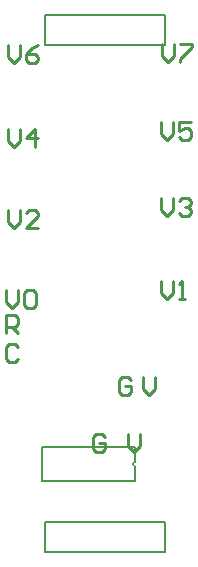
<source format=gto>
%FSLAX44Y44*%
%MOMM*%
G71*
G01*
G75*
G04 Layer_Color=65535*
%ADD10R,0.8000X0.9000*%
%ADD11C,1.0000*%
%ADD12R,1.0000X0.7250*%
%ADD13R,0.6000X1.3500*%
%ADD14R,0.4000X1.3500*%
%ADD15C,0.5000*%
%ADD16C,0.2000*%
%ADD17C,0.2540*%
%ADD18R,1.5000X1.5000*%
%ADD19C,1.5000*%
%ADD20C,0.6000*%
D16*
X633170Y860105D02*
G03*
X633170Y856855I0J-1625D01*
G01*
X557530Y783590D02*
Y808990D01*
X659130D01*
X557530Y783590D02*
X659130D01*
Y808990D01*
X633170Y860105D02*
Y872630D01*
Y844330D02*
Y856855D01*
X555170Y844330D02*
X633170D01*
X555170D02*
Y872630D01*
X633170D01*
X659130Y1213485D02*
Y1238885D01*
X557530Y1213485D02*
X659130D01*
X557530Y1238885D02*
X659130D01*
X557530Y1213485D02*
Y1238885D01*
D17*
X627380Y883915D02*
Y873758D01*
X632458Y868680D01*
X637537Y873758D01*
Y883915D01*
X608327Y881376D02*
X605788Y883915D01*
X600709D01*
X598170Y881376D01*
Y871219D01*
X600709Y868680D01*
X605788D01*
X608327Y871219D01*
Y876298D01*
X603248D01*
X640080Y932175D02*
Y922018D01*
X645158Y916940D01*
X650237Y922018D01*
Y932175D01*
X629917Y929636D02*
X627378Y932175D01*
X622299D01*
X619760Y929636D01*
Y919479D01*
X622299Y916940D01*
X627378D01*
X629917Y919479D01*
Y924557D01*
X624838D01*
X534667Y957576D02*
X532127Y960115D01*
X527049D01*
X524510Y957576D01*
Y947419D01*
X527049Y944880D01*
X532127D01*
X534667Y947419D01*
X524510Y969010D02*
Y984245D01*
X532127D01*
X534667Y981706D01*
Y976628D01*
X532127Y974088D01*
X524510D01*
X529588D02*
X534667Y969010D01*
X524510Y1005835D02*
Y995678D01*
X529588Y990600D01*
X534667Y995678D01*
Y1005835D01*
X539745Y1003296D02*
X542284Y1005835D01*
X547363D01*
X549902Y1003296D01*
Y993139D01*
X547363Y990600D01*
X542284D01*
X539745Y993139D01*
Y1003296D01*
X655320Y1013455D02*
Y1003298D01*
X660398Y998220D01*
X665477Y1003298D01*
Y1013455D01*
X670555Y998220D02*
X675633D01*
X673094D01*
Y1013455D01*
X670555Y1010916D01*
X525780Y1073145D02*
Y1062988D01*
X530858Y1057910D01*
X535937Y1062988D01*
Y1073145D01*
X551172Y1057910D02*
X541015D01*
X551172Y1068067D01*
Y1070606D01*
X548633Y1073145D01*
X543554D01*
X541015Y1070606D01*
X655320Y1083305D02*
Y1073148D01*
X660398Y1068070D01*
X665477Y1073148D01*
Y1083305D01*
X670555Y1080766D02*
X673094Y1083305D01*
X678173D01*
X680712Y1080766D01*
Y1078227D01*
X678173Y1075687D01*
X675633D01*
X678173D01*
X680712Y1073148D01*
Y1070609D01*
X678173Y1068070D01*
X673094D01*
X670555Y1070609D01*
X525780Y1141725D02*
Y1131568D01*
X530858Y1126490D01*
X535937Y1131568D01*
Y1141725D01*
X548633Y1126490D02*
Y1141725D01*
X541015Y1134108D01*
X551172D01*
X655320Y1148075D02*
Y1137918D01*
X660398Y1132840D01*
X665477Y1137918D01*
Y1148075D01*
X680712D02*
X670555D01*
Y1140458D01*
X675633Y1142997D01*
X678173D01*
X680712Y1140458D01*
Y1135379D01*
X678173Y1132840D01*
X673094D01*
X670555Y1135379D01*
X525780Y1212845D02*
Y1202688D01*
X530858Y1197610D01*
X535937Y1202688D01*
Y1212845D01*
X551172D02*
X546093Y1210306D01*
X541015Y1205228D01*
Y1200149D01*
X543554Y1197610D01*
X548633D01*
X551172Y1200149D01*
Y1202688D01*
X548633Y1205228D01*
X541015D01*
X656590Y1214115D02*
Y1203958D01*
X661668Y1198880D01*
X666747Y1203958D01*
Y1214115D01*
X671825D02*
X681982D01*
Y1211576D01*
X671825Y1201419D01*
Y1198880D01*
M02*

</source>
